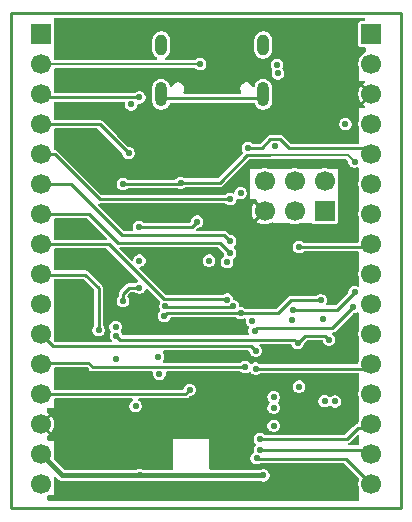
<source format=gbr>
%TF.GenerationSoftware,KiCad,Pcbnew,9.0.4*%
%TF.CreationDate,2025-09-11T17:12:04+01:00*%
%TF.ProjectId,OE PyBoard,4f452050-7942-46f6-9172-642e6b696361,rev?*%
%TF.SameCoordinates,Original*%
%TF.FileFunction,Copper,L3,Inr*%
%TF.FilePolarity,Positive*%
%FSLAX46Y46*%
G04 Gerber Fmt 4.6, Leading zero omitted, Abs format (unit mm)*
G04 Created by KiCad (PCBNEW 9.0.4) date 2025-09-11 17:12:04*
%MOMM*%
%LPD*%
G01*
G04 APERTURE LIST*
%TA.AperFunction,ComponentPad*%
%ADD10C,1.700000*%
%TD*%
%TA.AperFunction,ComponentPad*%
%ADD11R,1.700000X1.700000*%
%TD*%
%TA.AperFunction,HeatsinkPad*%
%ADD12O,1.000000X1.800000*%
%TD*%
%TA.AperFunction,HeatsinkPad*%
%ADD13O,1.000000X2.100000*%
%TD*%
%TA.AperFunction,ViaPad*%
%ADD14C,0.550000*%
%TD*%
%TA.AperFunction,Conductor*%
%ADD15C,0.250000*%
%TD*%
%TA.AperFunction,Conductor*%
%ADD16C,0.230000*%
%TD*%
%TA.AperFunction,Conductor*%
%ADD17C,0.220000*%
%TD*%
%TA.AperFunction,Conductor*%
%ADD18C,0.210000*%
%TD*%
%TA.AperFunction,Conductor*%
%ADD19C,0.450000*%
%TD*%
%TA.AperFunction,Profile*%
%ADD20C,0.230000*%
%TD*%
G04 APERTURE END LIST*
D10*
%TO.N,/PA0-X1*%
%TO.C,J7*%
X156210000Y-134112000D03*
%TO.N,/PA1-X2*%
X156210000Y-131572000D03*
%TO.N,/PA2-X3*%
X156210000Y-129032000D03*
%TO.N,/PA3-X4*%
X156210000Y-126492000D03*
%TO.N,/PA4-X5*%
X156210000Y-123952000D03*
%TO.N,/PA5-X6*%
X156210000Y-121412000D03*
%TO.N,/PA6-X7*%
X156210000Y-118872000D03*
%TO.N,/PA7-X8*%
X156210000Y-116332000D03*
%TO.N,/PB10-Y9*%
X156210000Y-113792000D03*
%TO.N,/PB11-Y10*%
X156210000Y-111252000D03*
%TO.N,/PB0-Y11*%
X156210000Y-108712000D03*
%TO.N,/PB1-Y12*%
X156210000Y-106172000D03*
%TO.N,/RST-SW*%
X156210000Y-103632000D03*
%TO.N,GND*%
X156210000Y-101092000D03*
%TO.N,+3V3*%
X156210000Y-98552000D03*
D11*
%TO.N,V+*%
X156210000Y-96012000D03*
%TD*%
D10*
%TO.N,V+*%
%TO.C,J6*%
X128270000Y-134112000D03*
%TO.N,+3V3*%
X128270000Y-131572000D03*
%TO.N,GND*%
X128270000Y-129032000D03*
%TO.N,/RST-SW*%
X128270000Y-126492000D03*
%TO.N,/PC5-X12*%
X128270000Y-123952000D03*
%TO.N,/PC4-X11*%
X128270000Y-121412000D03*
%TO.N,/PB7-SDA-X10*%
X128270000Y-118872000D03*
%TO.N,/PB6-SCL-X9*%
X128270000Y-116332000D03*
%TO.N,/PB15-Y8*%
X128270000Y-113792000D03*
%TO.N,/PB14-Y7*%
X128270000Y-111252000D03*
%TO.N,/PB13-Y6*%
X128270000Y-108712000D03*
%TO.N,/PB12-Y5*%
X128270000Y-106172000D03*
%TO.N,/PB9-Y4*%
X128270000Y-103632000D03*
%TO.N,/PB8-Y3*%
X128270000Y-101092000D03*
%TO.N,/PC7-Y2*%
X128270000Y-98552000D03*
D11*
%TO.N,/PC6-Y1*%
X128270000Y-96012000D03*
%TD*%
D10*
%TO.N,/PA15-JTDI*%
%TO.C,J4*%
X147178000Y-108478000D03*
%TO.N,GND*%
X147178000Y-111018000D03*
%TO.N,/PB6-JTDO*%
X149718000Y-108478000D03*
%TO.N,/PB4-NJTRST*%
X149718000Y-111018000D03*
%TO.N,/PA14-JTCK*%
X152258000Y-108478000D03*
D11*
%TO.N,+3V3*%
X152258000Y-111018000D03*
%TD*%
D12*
%TO.N,Net-(J3-SHIELD)*%
%TO.C,J3*%
X138428000Y-96931000D03*
D13*
X138428000Y-101111000D03*
D12*
X147068000Y-96931000D03*
D13*
X147068000Y-101111000D03*
%TD*%
D14*
%TO.N,GND*%
X143408400Y-105714800D03*
X143713200Y-98602800D03*
X129844800Y-97688400D03*
X135939803Y-102980065D03*
X132334000Y-107950000D03*
X154889200Y-130454400D03*
X151384000Y-116179600D03*
%TO.N,VBUS*%
X148219742Y-98615491D03*
%TO.N,/PB12-Y5*%
X144272000Y-109980000D03*
%TO.N,/PB14-Y7*%
X144272000Y-114552000D03*
%TO.N,/PB1-Y12*%
X145796000Y-105664000D03*
X146125000Y-120267000D03*
%TO.N,/PB9-Y4*%
X135678000Y-106085000D03*
X138277600Y-124788025D03*
%TO.N,/PA0-X1*%
X146509481Y-131902481D03*
%TO.N,/PB13-Y6*%
X144272000Y-113536000D03*
%TO.N,/PB7-SDA-X10*%
X134620000Y-123507000D03*
%TO.N,/PB11-Y10*%
X154813000Y-117856000D03*
X149569961Y-119320493D03*
%TO.N,/PA1-X2*%
X146812000Y-131189000D03*
%TO.N,/PA4-X5*%
X146431000Y-124331000D03*
%TO.N,/PC4-X11*%
X146431000Y-122807000D03*
%TO.N,/PC6-Y1*%
X144018000Y-115314000D03*
%TO.N,/PB15-Y8*%
X144018000Y-118489000D03*
%TO.N,/PA2-X3*%
X146812000Y-130300000D03*
%TO.N,/PB0-Y11*%
X154686000Y-119126000D03*
X146335750Y-121124250D03*
%TO.N,/VDDA*%
X148082000Y-105509000D03*
X147955000Y-126746000D03*
%TO.N,/PB6-SCL-X9*%
X133139431Y-121061573D03*
%TO.N,/PC5-X12*%
X145542000Y-124206000D03*
%TO.N,/RST-SW*%
X154809563Y-106807000D03*
X140081000Y-108585000D03*
X140843000Y-126111000D03*
X135199832Y-108712000D03*
%TO.N,/PB8-Y3*%
X136593022Y-101364106D03*
X138176000Y-123317000D03*
%TO.N,/PC7-Y2*%
X141732000Y-98552000D03*
X142494000Y-115187000D03*
%TO.N,/PB10-Y9*%
X149527885Y-120228716D03*
X150114000Y-114046000D03*
%TO.N,GND*%
X131960510Y-121062966D03*
X141732000Y-96647000D03*
X146558000Y-125424534D03*
X139827000Y-123317000D03*
X129794000Y-112014000D03*
X135509000Y-107569000D03*
X149553234Y-112839991D03*
X137718800Y-130911600D03*
X154482800Y-127254000D03*
X147624800Y-134518400D03*
X140081000Y-103124000D03*
X130500000Y-128250000D03*
X150215600Y-102717600D03*
X143499446Y-107500000D03*
X131318000Y-95123000D03*
X129794000Y-104902000D03*
X149225000Y-127000000D03*
X144974638Y-108710383D03*
X145288000Y-120904000D03*
X151250000Y-127075000D03*
X140081000Y-121158000D03*
X146431000Y-118872000D03*
X132969000Y-113030000D03*
X141097000Y-107823000D03*
X153416000Y-112649000D03*
X153162000Y-107061000D03*
X151647912Y-104421942D03*
X143891000Y-111887000D03*
X141478000Y-110871000D03*
X136500000Y-111000000D03*
X129794000Y-117983000D03*
X132069548Y-124458000D03*
X151511000Y-125730000D03*
X146939000Y-103251000D03*
X134315200Y-96875600D03*
X154736800Y-123342400D03*
X153354000Y-117500400D03*
X143002000Y-125730000D03*
X135890000Y-114427000D03*
X138684000Y-107315000D03*
X139077797Y-130940660D03*
X139430000Y-110570799D03*
X135509000Y-116459000D03*
X151028681Y-122263533D03*
X154736800Y-125577600D03*
X130454400Y-134569200D03*
X149250000Y-100000000D03*
X131500000Y-130000000D03*
X135255000Y-119634000D03*
X144510583Y-95235447D03*
X135001000Y-100584000D03*
X130048000Y-125250000D03*
X142798800Y-132559777D03*
X146939000Y-128397000D03*
X134747000Y-125222000D03*
X129921000Y-102362000D03*
X130454400Y-132232400D03*
X145161000Y-132588000D03*
X142240000Y-129284000D03*
X140081000Y-105410000D03*
X138557000Y-125730000D03*
X132334000Y-100584000D03*
X130302000Y-114681000D03*
X137287000Y-128522000D03*
X139903200Y-134366000D03*
X154686000Y-134620000D03*
X141732000Y-120777000D03*
X149453600Y-95402400D03*
%TO.N,+3V3*%
X136271000Y-127506000D03*
X136548720Y-112312720D03*
X150114000Y-125855000D03*
X135199832Y-118616000D03*
X152096000Y-120142000D03*
X136601200Y-133348000D03*
X154025600Y-103632000D03*
X141478000Y-111885000D03*
X136588500Y-117475000D03*
X147079000Y-133361000D03*
X136588500Y-115187000D03*
%TO.N,VBUS*%
X148303066Y-99334043D03*
%TO.N,/PA14-JTCK*%
X144529617Y-119049000D03*
X138780000Y-119049000D03*
X147955000Y-127635000D03*
X145161000Y-109474000D03*
%TO.N,/PB6-JTDO*%
X147955000Y-129159000D03*
%TO.N,/PB4-NJTRST*%
X152643999Y-121869757D03*
X149987000Y-122174000D03*
X153142500Y-127107500D03*
X134620000Y-121537000D03*
%TO.N,/PA15-JTDI*%
X152273000Y-127075000D03*
X145161000Y-119634000D03*
X151943988Y-118547201D03*
X138684000Y-119888000D03*
%TO.N,/PB3-SW1*%
X134570000Y-120788666D03*
X135890000Y-101949106D03*
%TD*%
D15*
%TO.N,Net-(J3-SHIELD)*%
X138631000Y-101420000D02*
X146869000Y-101420000D01*
D16*
%TO.N,/PA2-X3*%
X155886647Y-129353353D02*
X156210000Y-129030000D01*
X155075847Y-129353353D02*
X155886647Y-129353353D01*
X154940000Y-129489200D02*
X155075847Y-129353353D01*
D17*
X154129200Y-130300000D02*
X146812000Y-130300000D01*
X154940000Y-129489200D02*
X154129200Y-130300000D01*
%TO.N,/PB12-Y5*%
X129411000Y-106170000D02*
X128270000Y-106170000D01*
X144272000Y-109980000D02*
X133221000Y-109980000D01*
X133221000Y-109980000D02*
X129411000Y-106170000D01*
%TO.N,/PB14-Y7*%
X143385000Y-113665000D02*
X134747000Y-113665000D01*
X134747000Y-113665000D02*
X132332000Y-111250000D01*
X144272000Y-114552000D02*
X143385000Y-113665000D01*
X132332000Y-111250000D02*
X128270000Y-111250000D01*
D16*
%TO.N,/PB1-Y12*%
X156210000Y-106170000D02*
X155704000Y-105664000D01*
X149225000Y-105664000D02*
X148479000Y-104918000D01*
X148479000Y-104918000D02*
X147685000Y-104918000D01*
X146939000Y-105664000D02*
X145796000Y-105664000D01*
X147685000Y-104918000D02*
X146939000Y-105664000D01*
X155704000Y-105664000D02*
X149225000Y-105664000D01*
D17*
%TO.N,/PB9-Y4*%
X133223000Y-103630000D02*
X128270000Y-103630000D01*
X135678000Y-106085000D02*
X133223000Y-103630000D01*
%TO.N,/PA0-X1*%
X146509481Y-131902481D02*
X146558000Y-131951000D01*
X146558000Y-131951000D02*
X154051000Y-131951000D01*
X154051000Y-131951000D02*
X156210000Y-134110000D01*
%TO.N,/PB13-Y6*%
X135126000Y-113028000D02*
X130808000Y-108710000D01*
X130808000Y-108710000D02*
X128270000Y-108710000D01*
X144272000Y-113536000D02*
X143764000Y-113028000D01*
X143764000Y-113028000D02*
X135126000Y-113028000D01*
D16*
%TO.N,/PB11-Y10*%
X153348507Y-119320493D02*
X149569961Y-119320493D01*
X154813000Y-117856000D02*
X153348507Y-119320493D01*
D17*
%TO.N,/PA1-X2*%
X146812000Y-131189000D02*
X155829000Y-131189000D01*
%TO.N,/PA4-X5*%
X146431000Y-124331000D02*
X155829000Y-124331000D01*
%TO.N,/PC4-X11*%
X146046000Y-122422000D02*
X144732000Y-122422000D01*
X129286000Y-122426000D02*
X128270000Y-121410000D01*
X144728000Y-122426000D02*
X129286000Y-122426000D01*
X146431000Y-122807000D02*
X146046000Y-122422000D01*
X144732000Y-122422000D02*
X144728000Y-122426000D01*
%TO.N,/PB15-Y8*%
X144018000Y-118489000D02*
X143992000Y-118463000D01*
X143992000Y-118463000D02*
X138656000Y-118463000D01*
X138656000Y-118463000D02*
X133983000Y-113790000D01*
X133983000Y-113790000D02*
X128270000Y-113790000D01*
D16*
%TO.N,/PB0-Y11*%
X154686000Y-119126000D02*
X152908000Y-120904000D01*
X146556000Y-120904000D02*
X146335750Y-121124250D01*
X152908000Y-120904000D02*
X146556000Y-120904000D01*
D17*
%TO.N,/PB6-SCL-X9*%
X133139431Y-121061573D02*
X133140039Y-121060965D01*
X133140039Y-121060965D02*
X133140039Y-117519039D01*
X131986273Y-116365273D02*
X128270000Y-116365273D01*
X133140039Y-117519039D02*
X131986273Y-116365273D01*
%TO.N,/PC5-X12*%
X132643110Y-124203025D02*
X132265085Y-123825000D01*
X132265085Y-123825000D02*
X128395000Y-123825000D01*
X145542000Y-124206000D02*
X145539025Y-124203025D01*
X145539025Y-124203025D02*
X132643110Y-124203025D01*
%TO.N,/RST-SW*%
X140464000Y-126490000D02*
X128270000Y-126490000D01*
D18*
X154252563Y-106250000D02*
X154809563Y-106807000D01*
D17*
X143383000Y-108585000D02*
X145718000Y-106250000D01*
X135199832Y-108712000D02*
X139954000Y-108712000D01*
X145718000Y-106250000D02*
X147623000Y-106250000D01*
X139954000Y-108712000D02*
X140081000Y-108585000D01*
D18*
X147623000Y-106250000D02*
X154252563Y-106250000D01*
D17*
X140081000Y-108585000D02*
X143383000Y-108585000D01*
X140843000Y-126111000D02*
X140464000Y-126490000D01*
%TO.N,/PB8-Y3*%
X136593022Y-101364106D02*
X128544106Y-101364106D01*
D18*
%TO.N,/PC7-Y2*%
X141732000Y-98552000D02*
X141730000Y-98550000D01*
X141730000Y-98550000D02*
X128270000Y-98550000D01*
D17*
%TO.N,/PB10-Y9*%
X150114000Y-114046000D02*
X155559667Y-114046000D01*
%TO.N,+3V3*%
X141044000Y-112319000D02*
X141478000Y-111885000D01*
X136623720Y-112312720D02*
X136630000Y-112319000D01*
D19*
X147066000Y-133348000D02*
X130048000Y-133348000D01*
D17*
X136548720Y-112312720D02*
X136623720Y-112312720D01*
D16*
X135199832Y-117974668D02*
X135199832Y-118616000D01*
D19*
X130048000Y-133348000D02*
X128270000Y-131570000D01*
D16*
X135699500Y-117475000D02*
X135199832Y-117974668D01*
D17*
X136630000Y-112319000D02*
X141044000Y-112319000D01*
D19*
X147079000Y-133361000D02*
X147066000Y-133348000D01*
D16*
X136588500Y-117475000D02*
X135699500Y-117475000D01*
D17*
%TO.N,/PA14-JTCK*%
X138780000Y-119049000D02*
X138826000Y-119095000D01*
X144483617Y-119095000D02*
X144529617Y-119049000D01*
X138826000Y-119095000D02*
X144483617Y-119095000D01*
%TO.N,/PB4-NJTRST*%
X150622000Y-121539000D02*
X149987000Y-122174000D01*
X152313242Y-121539000D02*
X150622000Y-121539000D01*
X134944000Y-121861000D02*
X134620000Y-121537000D01*
X149674000Y-121861000D02*
X134944000Y-121861000D01*
X149987000Y-122174000D02*
X149674000Y-121861000D01*
X152643999Y-121869757D02*
X152313242Y-121539000D01*
%TO.N,/PA15-JTDI*%
X144773347Y-119634000D02*
X148334000Y-119634000D01*
X148334000Y-119634000D02*
X149420799Y-118547201D01*
X149420799Y-118547201D02*
X151943988Y-118547201D01*
X144286887Y-119635000D02*
X144772347Y-119635000D01*
X144285887Y-119634000D02*
X144286887Y-119635000D01*
X144772347Y-119635000D02*
X144773347Y-119634000D01*
X138684000Y-119888000D02*
X138938000Y-119634000D01*
X138938000Y-119634000D02*
X144285887Y-119634000D01*
%TD*%
%TA.AperFunction,Conductor*%
%TO.N,GND*%
G36*
X132134680Y-124206317D02*
G01*
X132147686Y-124217425D01*
X132354638Y-124424377D01*
X132354637Y-124424377D01*
X132421755Y-124491494D01*
X132421758Y-124491497D01*
X132503962Y-124538958D01*
X132595649Y-124563525D01*
X137651666Y-124563525D01*
X137715735Y-124584342D01*
X137755331Y-124638842D01*
X137756951Y-124700738D01*
X137752100Y-124718841D01*
X137752100Y-124857207D01*
X137787911Y-124990860D01*
X137787912Y-124990861D01*
X137857095Y-125110690D01*
X137954935Y-125208530D01*
X138074764Y-125277713D01*
X138208417Y-125313525D01*
X138346783Y-125313525D01*
X138480436Y-125277713D01*
X138600265Y-125208530D01*
X138698105Y-125110690D01*
X138767288Y-124990861D01*
X138803100Y-124857208D01*
X138803100Y-124718842D01*
X138798249Y-124700737D01*
X138801773Y-124633464D01*
X138844167Y-124581111D01*
X138903534Y-124563525D01*
X145111205Y-124563525D01*
X145175274Y-124584342D01*
X145188279Y-124595449D01*
X145219335Y-124626505D01*
X145339164Y-124695688D01*
X145472817Y-124731500D01*
X145611183Y-124731500D01*
X145744836Y-124695688D01*
X145864665Y-124626505D01*
X145864665Y-124626504D01*
X145868498Y-124624292D01*
X145934392Y-124610286D01*
X145995933Y-124637686D01*
X146009471Y-124652330D01*
X146010493Y-124653662D01*
X146010495Y-124653665D01*
X146108335Y-124751505D01*
X146228164Y-124820688D01*
X146361817Y-124856500D01*
X146500183Y-124856500D01*
X146633836Y-124820688D01*
X146753665Y-124751505D01*
X146773670Y-124731500D01*
X146781747Y-124723424D01*
X146841770Y-124692842D01*
X146858820Y-124691500D01*
X155085000Y-124691500D01*
X155149069Y-124712317D01*
X155188665Y-124766817D01*
X155194000Y-124800500D01*
X155194000Y-126040371D01*
X155188665Y-126074054D01*
X155136598Y-126234295D01*
X155109500Y-126405387D01*
X155109500Y-126578612D01*
X155136598Y-126749704D01*
X155188665Y-126909946D01*
X155194000Y-126943629D01*
X155194000Y-128580371D01*
X155188665Y-128614054D01*
X155136598Y-128774294D01*
X155117105Y-128897371D01*
X155086521Y-128957394D01*
X155034117Y-128984094D01*
X155034629Y-128986004D01*
X154934769Y-129012760D01*
X154851425Y-129060879D01*
X154647529Y-129264774D01*
X154647524Y-129264781D01*
X154645039Y-129269085D01*
X154627722Y-129291652D01*
X154011801Y-129907575D01*
X153951778Y-129938158D01*
X153934726Y-129939500D01*
X147239820Y-129939500D01*
X147175751Y-129918683D01*
X147162747Y-129907576D01*
X147134665Y-129879495D01*
X147014835Y-129810311D01*
X146881183Y-129774500D01*
X146742817Y-129774500D01*
X146609164Y-129810311D01*
X146489337Y-129879493D01*
X146391493Y-129977337D01*
X146322311Y-130097164D01*
X146286500Y-130230817D01*
X146286500Y-130369182D01*
X146322311Y-130502835D01*
X146391493Y-130622662D01*
X146391495Y-130622665D01*
X146436257Y-130667427D01*
X146466839Y-130727449D01*
X146456301Y-130793985D01*
X146436258Y-130821571D01*
X146402758Y-130855072D01*
X146391493Y-130866337D01*
X146322311Y-130986164D01*
X146286500Y-131119817D01*
X146286500Y-131258183D01*
X146303428Y-131321364D01*
X146299902Y-131388638D01*
X146257506Y-131440990D01*
X146252642Y-131443971D01*
X146186818Y-131481974D01*
X146088974Y-131579818D01*
X146019792Y-131699645D01*
X145983981Y-131833298D01*
X145983981Y-131971663D01*
X146019792Y-132105316D01*
X146019793Y-132105317D01*
X146088976Y-132225146D01*
X146186816Y-132322986D01*
X146306645Y-132392169D01*
X146440298Y-132427981D01*
X146578664Y-132427981D01*
X146712317Y-132392169D01*
X146826747Y-132326102D01*
X146881247Y-132311500D01*
X153856526Y-132311500D01*
X153920595Y-132332317D01*
X153933601Y-132343425D01*
X155162075Y-133571899D01*
X155166067Y-133579735D01*
X155173183Y-133584905D01*
X155181070Y-133609180D01*
X155192658Y-133631923D01*
X155194000Y-133648974D01*
X155194000Y-133660371D01*
X155188665Y-133694054D01*
X155136598Y-133854295D01*
X155109500Y-134025387D01*
X155109500Y-134198612D01*
X155136598Y-134369704D01*
X155188665Y-134529946D01*
X155194000Y-134563629D01*
X155194000Y-135398000D01*
X155173183Y-135462069D01*
X155118683Y-135501665D01*
X155085000Y-135507000D01*
X128887000Y-135507000D01*
X128822931Y-135486183D01*
X128783335Y-135431683D01*
X128778000Y-135398000D01*
X128778000Y-135155076D01*
X128783936Y-135136803D01*
X128784643Y-135117606D01*
X128793375Y-135107754D01*
X128798817Y-135091007D01*
X128826216Y-135064598D01*
X128831663Y-135060938D01*
X128846788Y-135053232D01*
X128891635Y-135020648D01*
X128893312Y-135019522D01*
X128923869Y-135010821D01*
X128954096Y-135001000D01*
X129359197Y-135001000D01*
X129359198Y-135001000D01*
X129359198Y-134278546D01*
X129360540Y-134261494D01*
X129370500Y-134198611D01*
X129370500Y-134025389D01*
X129360540Y-133962503D01*
X129359198Y-133945452D01*
X129359198Y-133594806D01*
X129367085Y-133570531D01*
X129371078Y-133545321D01*
X129377297Y-133539101D01*
X129380015Y-133530737D01*
X129400664Y-133515734D01*
X129418713Y-133497686D01*
X129427400Y-133496310D01*
X129434515Y-133491141D01*
X129460038Y-133491141D01*
X129485249Y-133487148D01*
X129493086Y-133491141D01*
X129501881Y-133491141D01*
X129545273Y-133517731D01*
X129667503Y-133639961D01*
X129667504Y-133639963D01*
X129756034Y-133728494D01*
X129756036Y-133728495D01*
X129864461Y-133791094D01*
X129864464Y-133791095D01*
X129985399Y-133823501D01*
X129985400Y-133823501D01*
X130117277Y-133823501D01*
X130117293Y-133823500D01*
X136344583Y-133823500D01*
X136391319Y-133836023D01*
X136391763Y-133834954D01*
X136398360Y-133837685D01*
X136398364Y-133837688D01*
X136532017Y-133873500D01*
X136670383Y-133873500D01*
X136804036Y-133837688D01*
X136804042Y-133837684D01*
X136810637Y-133834954D01*
X136811080Y-133836023D01*
X136857817Y-133823500D01*
X146799866Y-133823500D01*
X146854366Y-133838103D01*
X146876164Y-133850688D01*
X147009817Y-133886500D01*
X147148183Y-133886500D01*
X147281836Y-133850688D01*
X147401665Y-133781505D01*
X147499505Y-133683665D01*
X147568688Y-133563836D01*
X147604500Y-133430183D01*
X147604500Y-133291817D01*
X147568688Y-133158164D01*
X147499505Y-133038335D01*
X147401665Y-132940495D01*
X147283894Y-132872500D01*
X147281835Y-132871311D01*
X147148183Y-132835500D01*
X147009817Y-132835500D01*
X146885589Y-132868786D01*
X146857382Y-132872500D01*
X142597649Y-132872500D01*
X142533580Y-132851683D01*
X142493984Y-132797183D01*
X142493984Y-132729817D01*
X142494000Y-132729790D01*
X142494000Y-130300001D01*
X142494000Y-130300000D01*
X139446000Y-130300000D01*
X139446000Y-132713000D01*
X139446000Y-132738580D01*
X139450009Y-132746449D01*
X139439471Y-132812985D01*
X139391836Y-132860620D01*
X139342351Y-132872500D01*
X136857817Y-132872500D01*
X136811080Y-132859976D01*
X136810637Y-132861046D01*
X136804036Y-132858312D01*
X136670383Y-132822500D01*
X136532017Y-132822500D01*
X136398363Y-132858312D01*
X136391763Y-132861046D01*
X136391319Y-132859976D01*
X136344583Y-132872500D01*
X130290108Y-132872500D01*
X130226039Y-132851683D01*
X130213033Y-132840575D01*
X129391123Y-132018664D01*
X129387130Y-132010827D01*
X129380015Y-132005658D01*
X129372127Y-131981382D01*
X129360540Y-131958640D01*
X129359198Y-131941589D01*
X129359198Y-131738546D01*
X129360540Y-131721494D01*
X129370500Y-131658611D01*
X129370500Y-131485389D01*
X129360540Y-131422503D01*
X129359198Y-131405452D01*
X129359198Y-130429001D01*
X129359198Y-130429000D01*
X128887000Y-130429000D01*
X128822931Y-130408183D01*
X128783335Y-130353683D01*
X128778000Y-130320000D01*
X128778000Y-130074515D01*
X128798817Y-130010446D01*
X128837516Y-129977395D01*
X128846517Y-129972808D01*
X128846527Y-129972802D01*
X128955124Y-129893902D01*
X128955124Y-129893901D01*
X128778000Y-129716776D01*
X128778000Y-129363223D01*
X129131901Y-129717124D01*
X129131902Y-129717124D01*
X129210801Y-129608529D01*
X129289411Y-129454248D01*
X129342913Y-129289588D01*
X129370000Y-129118572D01*
X129370000Y-129089817D01*
X147429500Y-129089817D01*
X147429500Y-129228182D01*
X147465311Y-129361835D01*
X147534493Y-129481662D01*
X147534495Y-129481665D01*
X147632335Y-129579505D01*
X147752164Y-129648688D01*
X147885817Y-129684500D01*
X148024183Y-129684500D01*
X148157836Y-129648688D01*
X148277665Y-129579505D01*
X148375505Y-129481665D01*
X148444688Y-129361836D01*
X148480500Y-129228183D01*
X148480500Y-129089817D01*
X148444688Y-128956164D01*
X148375505Y-128836335D01*
X148277665Y-128738495D01*
X148212332Y-128700775D01*
X148157835Y-128669311D01*
X148024183Y-128633500D01*
X147885817Y-128633500D01*
X147752164Y-128669311D01*
X147632337Y-128738493D01*
X147534493Y-128836337D01*
X147465311Y-128956164D01*
X147429500Y-129089817D01*
X129370000Y-129089817D01*
X129370000Y-128945427D01*
X129342913Y-128774411D01*
X129289411Y-128609751D01*
X129210802Y-128455474D01*
X129131901Y-128346874D01*
X128778000Y-128700775D01*
X128778000Y-128347220D01*
X128955124Y-128170096D01*
X128846521Y-128091194D01*
X128837510Y-128086602D01*
X128789878Y-128038965D01*
X128778000Y-127989485D01*
X128778000Y-127744000D01*
X128798817Y-127679931D01*
X128853317Y-127640335D01*
X128887000Y-127635000D01*
X129359197Y-127635000D01*
X129359198Y-127635000D01*
X129359198Y-126959500D01*
X129380015Y-126895431D01*
X129434515Y-126855835D01*
X129468198Y-126850500D01*
X135948565Y-126850500D01*
X136012634Y-126871317D01*
X136052230Y-126925817D01*
X136052230Y-126993183D01*
X136012634Y-127047683D01*
X136003064Y-127053897D01*
X135948338Y-127085492D01*
X135850493Y-127183337D01*
X135781311Y-127303164D01*
X135745500Y-127436817D01*
X135745500Y-127575182D01*
X135781311Y-127708835D01*
X135850493Y-127828662D01*
X135850495Y-127828665D01*
X135948335Y-127926505D01*
X136068164Y-127995688D01*
X136201817Y-128031500D01*
X136340183Y-128031500D01*
X136473836Y-127995688D01*
X136593665Y-127926505D01*
X136691505Y-127828665D01*
X136760688Y-127708836D01*
X136796500Y-127575183D01*
X136796500Y-127436817D01*
X136760688Y-127303164D01*
X136691505Y-127183335D01*
X136593665Y-127085495D01*
X136593662Y-127085493D01*
X136593661Y-127085492D01*
X136538936Y-127053897D01*
X136493859Y-127003835D01*
X136486817Y-126936838D01*
X136520499Y-126878498D01*
X136582041Y-126851097D01*
X136593435Y-126850500D01*
X140511461Y-126850500D01*
X140603148Y-126825933D01*
X140685352Y-126778472D01*
X140758069Y-126705755D01*
X140787008Y-126676817D01*
X147429500Y-126676817D01*
X147429500Y-126815183D01*
X147438963Y-126850500D01*
X147465311Y-126948835D01*
X147534493Y-127068662D01*
X147534495Y-127068665D01*
X147579257Y-127113427D01*
X147609839Y-127173449D01*
X147599301Y-127239985D01*
X147579258Y-127267571D01*
X147543666Y-127303164D01*
X147534493Y-127312337D01*
X147465311Y-127432164D01*
X147439631Y-127528006D01*
X147429500Y-127565817D01*
X147429500Y-127704183D01*
X147430747Y-127708836D01*
X147465311Y-127837835D01*
X147465312Y-127837836D01*
X147534495Y-127957665D01*
X147632335Y-128055505D01*
X147752164Y-128124688D01*
X147885817Y-128160500D01*
X148024183Y-128160500D01*
X148157836Y-128124688D01*
X148277665Y-128055505D01*
X148375505Y-127957665D01*
X148444688Y-127837836D01*
X148480500Y-127704183D01*
X148480500Y-127565817D01*
X148444688Y-127432164D01*
X148375505Y-127312335D01*
X148330742Y-127267572D01*
X148300161Y-127207551D01*
X148310699Y-127141015D01*
X148330741Y-127113428D01*
X148375505Y-127068665D01*
X148411790Y-127005817D01*
X151747500Y-127005817D01*
X151747500Y-127144182D01*
X151783311Y-127277835D01*
X151803230Y-127312335D01*
X151852495Y-127397665D01*
X151950335Y-127495505D01*
X152070164Y-127564688D01*
X152203817Y-127600500D01*
X152342183Y-127600500D01*
X152475836Y-127564688D01*
X152595665Y-127495505D01*
X152614425Y-127476744D01*
X152674445Y-127446161D01*
X152740982Y-127456698D01*
X152768573Y-127476744D01*
X152819834Y-127528004D01*
X152819835Y-127528005D01*
X152939664Y-127597188D01*
X153073317Y-127633000D01*
X153211683Y-127633000D01*
X153345336Y-127597188D01*
X153465165Y-127528005D01*
X153563005Y-127430165D01*
X153632188Y-127310336D01*
X153668000Y-127176683D01*
X153668000Y-127038317D01*
X153632188Y-126904664D01*
X153563005Y-126784835D01*
X153465165Y-126686995D01*
X153465162Y-126686993D01*
X153345335Y-126617811D01*
X153211683Y-126582000D01*
X153073317Y-126582000D01*
X152939664Y-126617811D01*
X152819834Y-126686995D01*
X152801073Y-126705756D01*
X152741049Y-126736338D01*
X152674513Y-126725799D01*
X152646926Y-126705755D01*
X152595665Y-126654495D01*
X152475835Y-126585311D01*
X152342183Y-126549500D01*
X152203817Y-126549500D01*
X152070164Y-126585311D01*
X151950337Y-126654493D01*
X151852493Y-126752337D01*
X151783311Y-126872164D01*
X151747500Y-127005817D01*
X148411790Y-127005817D01*
X148444688Y-126948836D01*
X148480500Y-126815183D01*
X148480500Y-126676817D01*
X148444688Y-126543164D01*
X148375505Y-126423335D01*
X148277665Y-126325495D01*
X148257471Y-126313836D01*
X148157835Y-126256311D01*
X148024183Y-126220500D01*
X147885817Y-126220500D01*
X147752164Y-126256311D01*
X147632337Y-126325493D01*
X147534493Y-126423337D01*
X147465311Y-126543164D01*
X147435481Y-126654495D01*
X147429500Y-126676817D01*
X140787008Y-126676817D01*
X140795400Y-126668425D01*
X140855423Y-126637842D01*
X140872474Y-126636500D01*
X140912183Y-126636500D01*
X141045836Y-126600688D01*
X141165665Y-126531505D01*
X141263505Y-126433665D01*
X141332688Y-126313836D01*
X141368500Y-126180183D01*
X141368500Y-126041817D01*
X141332688Y-125908164D01*
X141263505Y-125788335D01*
X141260987Y-125785817D01*
X149588500Y-125785817D01*
X149588500Y-125924182D01*
X149624311Y-126057835D01*
X149665601Y-126129351D01*
X149693495Y-126177665D01*
X149791335Y-126275505D01*
X149911164Y-126344688D01*
X150044817Y-126380500D01*
X150183183Y-126380500D01*
X150316836Y-126344688D01*
X150436665Y-126275505D01*
X150534505Y-126177665D01*
X150603688Y-126057836D01*
X150639500Y-125924183D01*
X150639500Y-125785817D01*
X150603688Y-125652164D01*
X150534505Y-125532335D01*
X150436665Y-125434495D01*
X150436662Y-125434493D01*
X150316835Y-125365311D01*
X150183183Y-125329500D01*
X150044817Y-125329500D01*
X149911164Y-125365311D01*
X149791337Y-125434493D01*
X149693493Y-125532337D01*
X149624311Y-125652164D01*
X149588500Y-125785817D01*
X141260987Y-125785817D01*
X141165665Y-125690495D01*
X141165662Y-125690493D01*
X141045835Y-125621311D01*
X140912183Y-125585500D01*
X140773817Y-125585500D01*
X140640164Y-125621311D01*
X140520337Y-125690493D01*
X140422493Y-125788337D01*
X140353311Y-125908164D01*
X140323212Y-126020500D01*
X140317888Y-126040371D01*
X140315653Y-126048711D01*
X140278963Y-126105209D01*
X140216072Y-126129351D01*
X140210367Y-126129500D01*
X129468198Y-126129500D01*
X129404129Y-126108683D01*
X129364533Y-126054183D01*
X129359198Y-126020500D01*
X129359198Y-124294500D01*
X129380015Y-124230431D01*
X129434515Y-124190835D01*
X129468198Y-124185500D01*
X132070611Y-124185500D01*
X132134680Y-124206317D01*
G37*
%TD.AperFunction*%
%TA.AperFunction,Conductor*%
G36*
X155134485Y-129911053D02*
G01*
X155182120Y-129958688D01*
X155194000Y-130008173D01*
X155194000Y-130719500D01*
X155173183Y-130783569D01*
X155118683Y-130823165D01*
X155085000Y-130828500D01*
X154341605Y-130828500D01*
X154277536Y-130807683D01*
X154237940Y-130753183D01*
X154237940Y-130685817D01*
X154277536Y-130631317D01*
X154287104Y-130625104D01*
X154350552Y-130588472D01*
X155007925Y-129931097D01*
X155067949Y-129900515D01*
X155134485Y-129911053D01*
G37*
%TD.AperFunction*%
%TA.AperFunction,Conductor*%
G36*
X155134485Y-119527199D02*
G01*
X155182120Y-119574834D01*
X155194000Y-119624319D01*
X155194000Y-120960371D01*
X155188665Y-120994054D01*
X155136598Y-121154295D01*
X155109500Y-121325387D01*
X155109500Y-121498612D01*
X155136598Y-121669704D01*
X155188665Y-121829946D01*
X155194000Y-121863629D01*
X155194000Y-123500371D01*
X155188665Y-123534054D01*
X155136598Y-123694295D01*
X155109500Y-123865387D01*
X155109164Y-123869659D01*
X155106906Y-123869481D01*
X155088683Y-123925569D01*
X155034183Y-123965165D01*
X155000500Y-123970500D01*
X146858820Y-123970500D01*
X146794751Y-123949683D01*
X146781747Y-123938576D01*
X146753665Y-123910495D01*
X146633835Y-123841311D01*
X146500183Y-123805500D01*
X146361817Y-123805500D01*
X146228163Y-123841312D01*
X146228161Y-123841312D01*
X146104500Y-123912707D01*
X146038606Y-123926713D01*
X145977065Y-123899312D01*
X145963527Y-123884667D01*
X145962507Y-123883338D01*
X145962506Y-123883337D01*
X145962505Y-123883335D01*
X145864665Y-123785495D01*
X145860361Y-123783010D01*
X145744835Y-123716311D01*
X145611183Y-123680500D01*
X145472817Y-123680500D01*
X145339164Y-123716311D01*
X145219337Y-123785493D01*
X145219335Y-123785494D01*
X145219335Y-123785495D01*
X145194228Y-123810601D01*
X145134207Y-123841183D01*
X145117156Y-123842525D01*
X138656794Y-123842525D01*
X138592725Y-123821708D01*
X138553129Y-123767208D01*
X138553129Y-123699842D01*
X138579717Y-123656452D01*
X138596505Y-123639665D01*
X138665688Y-123519836D01*
X138701500Y-123386183D01*
X138701500Y-123247817D01*
X138665688Y-123114164D01*
X138596505Y-122994335D01*
X138574742Y-122972572D01*
X138544161Y-122912551D01*
X138554699Y-122846015D01*
X138602334Y-122798380D01*
X138651819Y-122786500D01*
X144775459Y-122786500D01*
X144775461Y-122786500D01*
X144776028Y-122786347D01*
X144776529Y-122786214D01*
X144804740Y-122782500D01*
X145797576Y-122782500D01*
X145861645Y-122803317D01*
X145901241Y-122857817D01*
X145904833Y-122873695D01*
X145941311Y-123009835D01*
X146010493Y-123129662D01*
X146010495Y-123129665D01*
X146108335Y-123227505D01*
X146228164Y-123296688D01*
X146361817Y-123332500D01*
X146500183Y-123332500D01*
X146633836Y-123296688D01*
X146753665Y-123227505D01*
X146851505Y-123129665D01*
X146920688Y-123009836D01*
X146956500Y-122876183D01*
X146956500Y-122737817D01*
X146920688Y-122604164D01*
X146851505Y-122484335D01*
X146774742Y-122407572D01*
X146744161Y-122347551D01*
X146754699Y-122281015D01*
X146802334Y-122233380D01*
X146851819Y-122221500D01*
X149372051Y-122221500D01*
X149436120Y-122242317D01*
X149475716Y-122296817D01*
X149477337Y-122302289D01*
X149497311Y-122376835D01*
X149507947Y-122395257D01*
X149566495Y-122496665D01*
X149664335Y-122594505D01*
X149784164Y-122663688D01*
X149917817Y-122699500D01*
X150056183Y-122699500D01*
X150189836Y-122663688D01*
X150309665Y-122594505D01*
X150407505Y-122496665D01*
X150476688Y-122376836D01*
X150512500Y-122243183D01*
X150512500Y-122203474D01*
X150533317Y-122139405D01*
X150544425Y-122126399D01*
X150739399Y-121931425D01*
X150799423Y-121900842D01*
X150816474Y-121899500D01*
X152024292Y-121899500D01*
X152088361Y-121920317D01*
X152127957Y-121974817D01*
X152129578Y-121980289D01*
X152154310Y-122072592D01*
X152223492Y-122192419D01*
X152223494Y-122192422D01*
X152321334Y-122290262D01*
X152441163Y-122359445D01*
X152574816Y-122395257D01*
X152713182Y-122395257D01*
X152846835Y-122359445D01*
X152966664Y-122290262D01*
X153064504Y-122192422D01*
X153133687Y-122072593D01*
X153169499Y-121938940D01*
X153169499Y-121800574D01*
X153133687Y-121666921D01*
X153064504Y-121547092D01*
X152966664Y-121449252D01*
X152966661Y-121449250D01*
X152966660Y-121449249D01*
X152965663Y-121448484D01*
X152965153Y-121447742D01*
X152961612Y-121444201D01*
X152962268Y-121443544D01*
X152927506Y-121392966D01*
X152929269Y-121325624D01*
X152970278Y-121272179D01*
X153003806Y-121256722D01*
X153049078Y-121244592D01*
X153132422Y-121196473D01*
X154645470Y-119683425D01*
X154705494Y-119652842D01*
X154722545Y-119651500D01*
X154755183Y-119651500D01*
X154888836Y-119615688D01*
X155008665Y-119546505D01*
X155008669Y-119546500D01*
X155014330Y-119542158D01*
X155015335Y-119543468D01*
X155067949Y-119516661D01*
X155134485Y-119527199D01*
G37*
%TD.AperFunction*%
%TA.AperFunction,Conductor*%
G36*
X133852595Y-114171317D02*
G01*
X133865601Y-114182425D01*
X136475222Y-116792046D01*
X136505805Y-116852070D01*
X136495267Y-116918606D01*
X136447632Y-116966241D01*
X136426360Y-116974406D01*
X136385667Y-116985310D01*
X136385665Y-116985311D01*
X136265837Y-117054493D01*
X136265835Y-117054494D01*
X136265835Y-117054495D01*
X136242753Y-117077576D01*
X136182732Y-117108158D01*
X136165681Y-117109500D01*
X135651380Y-117109500D01*
X135558422Y-117134407D01*
X135475080Y-117182525D01*
X134975410Y-117682195D01*
X134975409Y-117682194D01*
X134907358Y-117750246D01*
X134859239Y-117833590D01*
X134834332Y-117926549D01*
X134834332Y-118193180D01*
X134813515Y-118257249D01*
X134802408Y-118270253D01*
X134779327Y-118293334D01*
X134710143Y-118413164D01*
X134683152Y-118513900D01*
X134674332Y-118546817D01*
X134674332Y-118685183D01*
X134683927Y-118720994D01*
X134710143Y-118818835D01*
X134761450Y-118907701D01*
X134779327Y-118938665D01*
X134877167Y-119036505D01*
X134996996Y-119105688D01*
X135130649Y-119141500D01*
X135269015Y-119141500D01*
X135402668Y-119105688D01*
X135522497Y-119036505D01*
X135620337Y-118938665D01*
X135689520Y-118818836D01*
X135725332Y-118685183D01*
X135725332Y-118546817D01*
X135689520Y-118413164D01*
X135620337Y-118293335D01*
X135613166Y-118286164D01*
X135597256Y-118270253D01*
X135593264Y-118262418D01*
X135586149Y-118257249D01*
X135578260Y-118232969D01*
X135566674Y-118210229D01*
X135565332Y-118193180D01*
X135565332Y-118171213D01*
X135586149Y-118107144D01*
X135597257Y-118094138D01*
X135818970Y-117872425D01*
X135878994Y-117841842D01*
X135896045Y-117840500D01*
X136165681Y-117840500D01*
X136229750Y-117861317D01*
X136242749Y-117872419D01*
X136265835Y-117895505D01*
X136385664Y-117964688D01*
X136519317Y-118000500D01*
X136657683Y-118000500D01*
X136791336Y-117964688D01*
X136911165Y-117895505D01*
X137009005Y-117797665D01*
X137078188Y-117677836D01*
X137089092Y-117637140D01*
X137125782Y-117580644D01*
X137188673Y-117556501D01*
X137253743Y-117573937D01*
X137271453Y-117588277D01*
X138318660Y-118635484D01*
X138349243Y-118695508D01*
X138338705Y-118762044D01*
X138335982Y-118767058D01*
X138290312Y-118846161D01*
X138290312Y-118846163D01*
X138260182Y-118958610D01*
X138254500Y-118979817D01*
X138254500Y-119118183D01*
X138257586Y-119129701D01*
X138290311Y-119251835D01*
X138353425Y-119361152D01*
X138367431Y-119427046D01*
X138340030Y-119488588D01*
X138336103Y-119492726D01*
X138263494Y-119565334D01*
X138194311Y-119685164D01*
X138167092Y-119786750D01*
X138158500Y-119818817D01*
X138158500Y-119957183D01*
X138168095Y-119992994D01*
X138194311Y-120090835D01*
X138213278Y-120123687D01*
X138263495Y-120210665D01*
X138361335Y-120308505D01*
X138481164Y-120377688D01*
X138614817Y-120413500D01*
X138753183Y-120413500D01*
X138886836Y-120377688D01*
X139006665Y-120308505D01*
X139104505Y-120210665D01*
X139173688Y-120090836D01*
X139177854Y-120075287D01*
X139214544Y-120018791D01*
X139277436Y-119994649D01*
X139283140Y-119994500D01*
X144224686Y-119994500D01*
X144238913Y-119995432D01*
X144239422Y-119995498D01*
X144239426Y-119995500D01*
X144334348Y-119995500D01*
X144724886Y-119995500D01*
X144734180Y-119995500D01*
X144798249Y-120016317D01*
X144811253Y-120027424D01*
X144838334Y-120054504D01*
X144838335Y-120054505D01*
X144958164Y-120123688D01*
X145091817Y-120159500D01*
X145230183Y-120159500D01*
X145363836Y-120123688D01*
X145438233Y-120080734D01*
X145504126Y-120066728D01*
X145565668Y-120094128D01*
X145599351Y-120152468D01*
X145598364Y-120190461D01*
X145600432Y-120190734D01*
X145599500Y-120197813D01*
X145599500Y-120336182D01*
X145635311Y-120469835D01*
X145674180Y-120537158D01*
X145704495Y-120589665D01*
X145802335Y-120687505D01*
X145819152Y-120697214D01*
X145842018Y-120710416D01*
X145887094Y-120760479D01*
X145894136Y-120827475D01*
X145881915Y-120859312D01*
X145846062Y-120921411D01*
X145846062Y-120921413D01*
X145810250Y-121055067D01*
X145810250Y-121193432D01*
X145846061Y-121327085D01*
X145851786Y-121337000D01*
X145865792Y-121402893D01*
X145838392Y-121464435D01*
X145780052Y-121498118D01*
X145757389Y-121500500D01*
X135237896Y-121500500D01*
X135173827Y-121479683D01*
X135134231Y-121425183D01*
X135132610Y-121419711D01*
X135109688Y-121334164D01*
X135069415Y-121264409D01*
X135040505Y-121214335D01*
X135030243Y-121204073D01*
X134999662Y-121144052D01*
X135010200Y-121077516D01*
X135012923Y-121072501D01*
X135059688Y-120991502D01*
X135095500Y-120857849D01*
X135095500Y-120719483D01*
X135059688Y-120585830D01*
X134990505Y-120466001D01*
X134892665Y-120368161D01*
X134892662Y-120368159D01*
X134772835Y-120298977D01*
X134639183Y-120263166D01*
X134500817Y-120263166D01*
X134367164Y-120298977D01*
X134247337Y-120368159D01*
X134149493Y-120466003D01*
X134080311Y-120585830D01*
X134044500Y-120719483D01*
X134044500Y-120857848D01*
X134080311Y-120991501D01*
X134129972Y-121077516D01*
X134149495Y-121111331D01*
X134159755Y-121121591D01*
X134190337Y-121181613D01*
X134179799Y-121248149D01*
X134177076Y-121253163D01*
X134130312Y-121334161D01*
X134130312Y-121334163D01*
X134094500Y-121467817D01*
X134094500Y-121606182D01*
X134130311Y-121739835D01*
X134199493Y-121859662D01*
X134199495Y-121859665D01*
X134219257Y-121879427D01*
X134249839Y-121939449D01*
X134239301Y-122005985D01*
X134191666Y-122053620D01*
X134142181Y-122065500D01*
X129480474Y-122065500D01*
X129472109Y-122062782D01*
X129463423Y-122064158D01*
X129440680Y-122052570D01*
X129416405Y-122044683D01*
X129403399Y-122033575D01*
X129391123Y-122021299D01*
X129360540Y-121961275D01*
X129359198Y-121944224D01*
X129359198Y-121578546D01*
X129360540Y-121561494D01*
X129362821Y-121547092D01*
X129370500Y-121498611D01*
X129370500Y-121325389D01*
X129360540Y-121262503D01*
X129359198Y-121245452D01*
X129359198Y-119038546D01*
X129360540Y-119021494D01*
X129361744Y-119013893D01*
X129370500Y-118958611D01*
X129370500Y-118785389D01*
X129360540Y-118722503D01*
X129359198Y-118705452D01*
X129359198Y-116834773D01*
X129380015Y-116770704D01*
X129434515Y-116731108D01*
X129468198Y-116725773D01*
X131791799Y-116725773D01*
X131855868Y-116746590D01*
X131868874Y-116757698D01*
X132747614Y-117636438D01*
X132778197Y-117696462D01*
X132779539Y-117713513D01*
X132779539Y-120633145D01*
X132758722Y-120697214D01*
X132747615Y-120710218D01*
X132718926Y-120738907D01*
X132649742Y-120858737D01*
X132613931Y-120992390D01*
X132613931Y-121130755D01*
X132649742Y-121264408D01*
X132684950Y-121325390D01*
X132718926Y-121384238D01*
X132816766Y-121482078D01*
X132936595Y-121551261D01*
X133070248Y-121587073D01*
X133208614Y-121587073D01*
X133342267Y-121551261D01*
X133462096Y-121482078D01*
X133559936Y-121384238D01*
X133629119Y-121264409D01*
X133664931Y-121130756D01*
X133664931Y-120992390D01*
X133629119Y-120858737D01*
X133559936Y-120738908D01*
X133559935Y-120738907D01*
X133532463Y-120711434D01*
X133501881Y-120651411D01*
X133500539Y-120634361D01*
X133500539Y-117471578D01*
X133475972Y-117379891D01*
X133475971Y-117379890D01*
X133475972Y-117379890D01*
X133455510Y-117344450D01*
X133428511Y-117297687D01*
X133411205Y-117280381D01*
X133361391Y-117230566D01*
X133361391Y-117230567D01*
X132207625Y-116076801D01*
X132125421Y-116029340D01*
X132033734Y-116004773D01*
X129468198Y-116004773D01*
X129404129Y-115983956D01*
X129364533Y-115929456D01*
X129359198Y-115895773D01*
X129359198Y-114259500D01*
X129380015Y-114195431D01*
X129434515Y-114155835D01*
X129468198Y-114150500D01*
X133788526Y-114150500D01*
X133852595Y-114171317D01*
G37*
%TD.AperFunction*%
%TA.AperFunction,Conductor*%
G36*
X155659992Y-94633817D02*
G01*
X155699588Y-94688317D01*
X155704915Y-94720646D01*
X155705915Y-94801146D01*
X155685895Y-94865468D01*
X155631891Y-94905739D01*
X155596923Y-94911500D01*
X155335326Y-94911500D01*
X155262260Y-94926034D01*
X155179399Y-94981399D01*
X155124034Y-95064260D01*
X155109500Y-95137326D01*
X155109500Y-96886674D01*
X155124034Y-96959740D01*
X155179399Y-97042601D01*
X155262260Y-97097966D01*
X155335326Y-97112500D01*
X155335330Y-97112500D01*
X155626972Y-97112500D01*
X155691041Y-97133317D01*
X155730637Y-97187817D01*
X155735964Y-97220146D01*
X155739298Y-97488560D01*
X155719278Y-97552882D01*
X155679793Y-97587033D01*
X155633211Y-97610768D01*
X155493074Y-97712584D01*
X155370584Y-97835074D01*
X155268765Y-97975216D01*
X155268763Y-97975219D01*
X155265329Y-97981959D01*
X155265284Y-97982048D01*
X155234738Y-98042000D01*
X155194000Y-98042000D01*
X155194000Y-98121953D01*
X155190127Y-98129555D01*
X155186205Y-98141623D01*
X155186203Y-98141629D01*
X155136598Y-98294295D01*
X155109500Y-98465387D01*
X155109500Y-98638612D01*
X155136598Y-98809704D01*
X155188665Y-98969946D01*
X155194000Y-99003629D01*
X155194000Y-99947000D01*
X155194001Y-99947000D01*
X155580215Y-99947000D01*
X155644284Y-99967817D01*
X155683880Y-100022317D01*
X155683880Y-100089683D01*
X155644284Y-100144183D01*
X155636950Y-100148687D01*
X155637120Y-100148963D01*
X155633475Y-100151195D01*
X155524874Y-100230096D01*
X155776481Y-100481703D01*
X155780872Y-100835271D01*
X155779269Y-100838047D01*
X155348096Y-100406874D01*
X155269193Y-100515478D01*
X155190588Y-100669751D01*
X155137086Y-100834411D01*
X155110000Y-101005427D01*
X155110000Y-101178572D01*
X155137086Y-101349588D01*
X155190588Y-101514248D01*
X155269196Y-101668524D01*
X155348096Y-101777124D01*
X155779268Y-101345950D01*
X155787391Y-101360019D01*
X155791457Y-101687317D01*
X155524874Y-101953901D01*
X155636940Y-102035321D01*
X155635716Y-102037005D01*
X155674393Y-102082310D01*
X155679664Y-102149469D01*
X155644453Y-102206900D01*
X155582209Y-102232666D01*
X155573681Y-102233000D01*
X155194000Y-102233000D01*
X155194000Y-102233001D01*
X155194000Y-103180371D01*
X155188665Y-103214054D01*
X155136598Y-103374295D01*
X155109500Y-103545387D01*
X155109500Y-103718612D01*
X155136598Y-103889704D01*
X155188665Y-104049946D01*
X155194000Y-104083629D01*
X155194000Y-105189500D01*
X155173183Y-105253569D01*
X155118683Y-105293165D01*
X155085000Y-105298500D01*
X149421545Y-105298500D01*
X149357476Y-105277683D01*
X149344470Y-105266575D01*
X149216395Y-105138500D01*
X148703422Y-104625527D01*
X148703419Y-104625525D01*
X148620077Y-104577407D01*
X148527119Y-104552500D01*
X147733119Y-104552500D01*
X147636880Y-104552500D01*
X147543922Y-104577407D01*
X147460580Y-104625525D01*
X146819530Y-105266575D01*
X146759506Y-105297158D01*
X146742455Y-105298500D01*
X146218819Y-105298500D01*
X146154750Y-105277683D01*
X146141750Y-105266580D01*
X146118665Y-105243495D01*
X146025143Y-105189500D01*
X145998835Y-105174311D01*
X145865183Y-105138500D01*
X145726817Y-105138500D01*
X145593164Y-105174311D01*
X145473337Y-105243493D01*
X145375493Y-105341337D01*
X145306311Y-105461164D01*
X145270500Y-105594817D01*
X145270500Y-105733182D01*
X145306312Y-105866836D01*
X145306312Y-105866838D01*
X145368819Y-105975104D01*
X145382825Y-106040997D01*
X145355424Y-106102539D01*
X145351497Y-106106678D01*
X143265601Y-108192575D01*
X143205577Y-108223158D01*
X143188526Y-108224500D01*
X140508820Y-108224500D01*
X140444751Y-108203683D01*
X140431747Y-108192576D01*
X140403665Y-108164495D01*
X140283835Y-108095311D01*
X140150183Y-108059500D01*
X140011817Y-108059500D01*
X139878164Y-108095311D01*
X139758337Y-108164493D01*
X139660493Y-108262337D01*
X139640481Y-108297000D01*
X139590418Y-108342077D01*
X139546084Y-108351500D01*
X135627652Y-108351500D01*
X135563583Y-108330683D01*
X135550579Y-108319576D01*
X135522497Y-108291495D01*
X135402667Y-108222311D01*
X135269015Y-108186500D01*
X135130649Y-108186500D01*
X134996996Y-108222311D01*
X134877169Y-108291493D01*
X134779325Y-108389337D01*
X134710143Y-108509164D01*
X134674332Y-108642817D01*
X134674332Y-108781182D01*
X134710143Y-108914835D01*
X134779325Y-109034662D01*
X134779327Y-109034665D01*
X134877167Y-109132505D01*
X134996996Y-109201688D01*
X135130649Y-109237500D01*
X135269015Y-109237500D01*
X135402668Y-109201688D01*
X135522497Y-109132505D01*
X135539571Y-109115431D01*
X135550579Y-109104424D01*
X135610602Y-109073842D01*
X135627652Y-109072500D01*
X139855649Y-109072500D01*
X139883858Y-109076213D01*
X140011817Y-109110500D01*
X140150183Y-109110500D01*
X140283836Y-109074688D01*
X140403665Y-109005505D01*
X140417706Y-108991464D01*
X140431747Y-108977424D01*
X140491770Y-108946842D01*
X140508820Y-108945500D01*
X143430461Y-108945500D01*
X143522148Y-108920933D01*
X143604352Y-108873472D01*
X145035824Y-107442000D01*
X145923000Y-107442000D01*
X145923000Y-109982000D01*
X146397030Y-109982000D01*
X146461099Y-110002817D01*
X146500695Y-110057317D01*
X146500695Y-110124683D01*
X146494696Y-110132938D01*
X146492874Y-110156096D01*
X146924047Y-110587270D01*
X146870993Y-110617901D01*
X146777901Y-110710993D01*
X146747269Y-110764047D01*
X146316096Y-110332874D01*
X146237193Y-110441478D01*
X146158588Y-110595751D01*
X146105086Y-110760411D01*
X146078000Y-110931427D01*
X146078000Y-111104572D01*
X146105086Y-111275588D01*
X146158588Y-111440248D01*
X146237196Y-111594524D01*
X146316096Y-111703124D01*
X146747269Y-111271950D01*
X146777901Y-111325007D01*
X146870993Y-111418099D01*
X146924045Y-111448729D01*
X146492874Y-111879901D01*
X146601474Y-111958802D01*
X146755751Y-112037411D01*
X146920411Y-112090913D01*
X147091428Y-112118000D01*
X147264572Y-112118000D01*
X147435588Y-112090913D01*
X147600248Y-112037411D01*
X147754529Y-111958801D01*
X147807332Y-111920438D01*
X147871400Y-111899621D01*
X147935469Y-111920438D01*
X147975065Y-111974938D01*
X147980400Y-112008621D01*
X147980400Y-112014000D01*
X149222533Y-112014000D01*
X149272016Y-112025879D01*
X149295555Y-112037873D01*
X149377927Y-112064637D01*
X149460295Y-112091401D01*
X149460297Y-112091401D01*
X149460299Y-112091402D01*
X149631389Y-112118500D01*
X149631390Y-112118500D01*
X149804610Y-112118500D01*
X149804611Y-112118500D01*
X149975701Y-112091402D01*
X150140445Y-112037873D01*
X150163983Y-112025879D01*
X150213467Y-112014000D01*
X151147649Y-112014000D01*
X151211718Y-112034817D01*
X151224724Y-112045925D01*
X151227396Y-112048597D01*
X151227399Y-112048601D01*
X151310260Y-112103966D01*
X151383326Y-112118500D01*
X151383330Y-112118500D01*
X153132670Y-112118500D01*
X153132674Y-112118500D01*
X153205740Y-112103966D01*
X153288601Y-112048601D01*
X153343966Y-111965740D01*
X153358500Y-111892674D01*
X153358500Y-111862650D01*
X153379317Y-111798581D01*
X153390425Y-111785575D01*
X153416000Y-111760000D01*
X153416000Y-107442001D01*
X153416000Y-107442000D01*
X153415999Y-107442000D01*
X152648076Y-107442000D01*
X152614393Y-107436665D01*
X152515704Y-107404598D01*
X152515705Y-107404598D01*
X152344612Y-107377500D01*
X152344611Y-107377500D01*
X152171389Y-107377500D01*
X152171387Y-107377500D01*
X152000295Y-107404598D01*
X151901607Y-107436665D01*
X151867924Y-107442000D01*
X150108076Y-107442000D01*
X150074393Y-107436665D01*
X149975704Y-107404598D01*
X149975705Y-107404598D01*
X149804612Y-107377500D01*
X149804611Y-107377500D01*
X149631389Y-107377500D01*
X149631387Y-107377500D01*
X149460295Y-107404598D01*
X149361607Y-107436665D01*
X149327924Y-107442000D01*
X147568076Y-107442000D01*
X147534393Y-107436665D01*
X147435704Y-107404598D01*
X147435705Y-107404598D01*
X147264612Y-107377500D01*
X147264611Y-107377500D01*
X147091389Y-107377500D01*
X147091387Y-107377500D01*
X146920295Y-107404598D01*
X146821607Y-107436665D01*
X146787924Y-107442000D01*
X145923000Y-107442000D01*
X145035824Y-107442000D01*
X145835399Y-106642425D01*
X145895423Y-106611842D01*
X145912474Y-106610500D01*
X147670461Y-106610500D01*
X147675261Y-106609213D01*
X147703471Y-106605500D01*
X154060160Y-106605500D01*
X154068524Y-106608217D01*
X154077211Y-106606842D01*
X154099953Y-106618429D01*
X154124229Y-106626317D01*
X154137235Y-106637425D01*
X154252138Y-106752328D01*
X154282721Y-106812352D01*
X154284063Y-106829403D01*
X154284063Y-106876182D01*
X154319874Y-107009835D01*
X154319875Y-107009836D01*
X154389058Y-107129665D01*
X154486898Y-107227505D01*
X154606727Y-107296688D01*
X154740380Y-107332500D01*
X154878746Y-107332500D01*
X155012399Y-107296688D01*
X155030499Y-107286237D01*
X155096393Y-107272231D01*
X155157934Y-107299631D01*
X155191618Y-107357971D01*
X155194000Y-107380634D01*
X155194000Y-108260371D01*
X155188665Y-108294054D01*
X155136598Y-108454295D01*
X155109500Y-108625387D01*
X155109500Y-108798612D01*
X155136598Y-108969704D01*
X155188665Y-109129946D01*
X155194000Y-109163629D01*
X155194000Y-110800371D01*
X155188665Y-110834054D01*
X155136598Y-110994295D01*
X155109500Y-111165387D01*
X155109500Y-111338612D01*
X155136598Y-111509704D01*
X155188665Y-111669946D01*
X155194000Y-111703629D01*
X155194000Y-113340371D01*
X155188665Y-113374054D01*
X155136598Y-113534294D01*
X155127213Y-113593552D01*
X155096629Y-113653575D01*
X155036606Y-113684158D01*
X155019555Y-113685500D01*
X150541820Y-113685500D01*
X150477751Y-113664683D01*
X150464747Y-113653576D01*
X150436665Y-113625495D01*
X150316835Y-113556311D01*
X150183183Y-113520500D01*
X150044817Y-113520500D01*
X149911164Y-113556311D01*
X149791337Y-113625493D01*
X149693493Y-113723337D01*
X149624311Y-113843164D01*
X149592589Y-113961556D01*
X149588500Y-113976817D01*
X149588500Y-114115183D01*
X149592871Y-114131495D01*
X149624311Y-114248835D01*
X149682236Y-114349164D01*
X149693495Y-114368665D01*
X149791335Y-114466505D01*
X149911164Y-114535688D01*
X150044817Y-114571500D01*
X150183183Y-114571500D01*
X150316836Y-114535688D01*
X150436665Y-114466505D01*
X150450706Y-114452464D01*
X150464747Y-114438424D01*
X150524770Y-114407842D01*
X150541820Y-114406500D01*
X155085000Y-114406500D01*
X155149069Y-114427317D01*
X155188665Y-114481817D01*
X155194000Y-114515500D01*
X155194000Y-115880371D01*
X155188665Y-115914054D01*
X155136598Y-116074295D01*
X155109500Y-116245387D01*
X155109500Y-116418612D01*
X155136598Y-116589704D01*
X155188665Y-116749946D01*
X155194000Y-116783629D01*
X155194000Y-117280381D01*
X155173183Y-117344450D01*
X155118683Y-117384046D01*
X155051317Y-117384046D01*
X155030501Y-117374778D01*
X155015837Y-117366312D01*
X154882183Y-117330500D01*
X154743817Y-117330500D01*
X154610164Y-117366311D01*
X154490337Y-117435493D01*
X154392493Y-117533337D01*
X154323311Y-117653164D01*
X154287500Y-117786817D01*
X154287500Y-117819455D01*
X154266683Y-117883524D01*
X154255575Y-117896530D01*
X153229037Y-118923068D01*
X153169013Y-118953651D01*
X153151962Y-118954993D01*
X152504138Y-118954993D01*
X152440069Y-118934176D01*
X152400473Y-118879676D01*
X152400473Y-118812310D01*
X152409741Y-118791493D01*
X152413265Y-118785390D01*
X152433676Y-118750037D01*
X152469488Y-118616384D01*
X152469488Y-118478018D01*
X152433676Y-118344365D01*
X152364493Y-118224536D01*
X152266653Y-118126696D01*
X152232788Y-118107144D01*
X152146823Y-118057512D01*
X152013171Y-118021701D01*
X151874805Y-118021701D01*
X151741152Y-118057512D01*
X151621322Y-118126696D01*
X151593241Y-118154777D01*
X151533218Y-118185359D01*
X151516168Y-118186701D01*
X149373338Y-118186701D01*
X149281650Y-118211268D01*
X149199448Y-118258728D01*
X148216601Y-119241575D01*
X148156577Y-119272158D01*
X148139526Y-119273500D01*
X145588820Y-119273500D01*
X145524751Y-119252683D01*
X145511747Y-119241576D01*
X145483665Y-119213495D01*
X145363835Y-119144311D01*
X145230183Y-119108500D01*
X145164117Y-119108500D01*
X145100048Y-119087683D01*
X145060452Y-119033183D01*
X145055117Y-118999500D01*
X145055117Y-118979817D01*
X145019305Y-118846164D01*
X144984217Y-118785389D01*
X144950122Y-118726335D01*
X144852282Y-118628495D01*
X144834748Y-118618372D01*
X144732453Y-118559312D01*
X144624288Y-118530329D01*
X144567791Y-118493639D01*
X144543649Y-118430747D01*
X144543500Y-118425043D01*
X144543500Y-118419817D01*
X144507688Y-118286164D01*
X144438506Y-118166337D01*
X144438505Y-118166335D01*
X144340665Y-118068495D01*
X144278469Y-118032586D01*
X144220835Y-117999311D01*
X144087183Y-117963500D01*
X143948817Y-117963500D01*
X143815164Y-117999311D01*
X143695337Y-118068493D01*
X143695335Y-118068494D01*
X143695335Y-118068495D01*
X143693253Y-118070576D01*
X143691375Y-118071532D01*
X143689670Y-118072842D01*
X143689427Y-118072525D01*
X143633232Y-118101158D01*
X143616181Y-118102500D01*
X138850474Y-118102500D01*
X138786405Y-118081683D01*
X138773399Y-118070575D01*
X136599811Y-115896987D01*
X136569228Y-115836963D01*
X136579766Y-115770427D01*
X136627401Y-115722792D01*
X136651075Y-115715443D01*
X136650782Y-115714349D01*
X136657683Y-115712500D01*
X136791336Y-115676688D01*
X136911165Y-115607505D01*
X137009005Y-115509665D01*
X137078188Y-115389836D01*
X137114000Y-115256183D01*
X137114000Y-115117817D01*
X141968500Y-115117817D01*
X141968500Y-115256182D01*
X142004311Y-115389835D01*
X142063634Y-115492586D01*
X142073495Y-115509665D01*
X142171335Y-115607505D01*
X142291164Y-115676688D01*
X142424817Y-115712500D01*
X142563183Y-115712500D01*
X142696836Y-115676688D01*
X142816665Y-115607505D01*
X142914505Y-115509665D01*
X142983688Y-115389836D01*
X143019500Y-115256183D01*
X143019500Y-115117817D01*
X142983688Y-114984164D01*
X142914505Y-114864335D01*
X142816665Y-114766495D01*
X142796471Y-114754836D01*
X142696835Y-114697311D01*
X142563183Y-114661500D01*
X142424817Y-114661500D01*
X142291164Y-114697311D01*
X142171337Y-114766493D01*
X142073493Y-114864337D01*
X142004311Y-114984164D01*
X141968500Y-115117817D01*
X137114000Y-115117817D01*
X137078188Y-114984164D01*
X137009005Y-114864335D01*
X136911165Y-114766495D01*
X136890971Y-114754836D01*
X136791335Y-114697311D01*
X136657683Y-114661500D01*
X136519317Y-114661500D01*
X136385664Y-114697311D01*
X136265837Y-114766493D01*
X136167993Y-114864337D01*
X136098811Y-114984164D01*
X136061151Y-115124718D01*
X136058355Y-115123968D01*
X136034627Y-115173671D01*
X135975414Y-115205795D01*
X135908627Y-115196979D01*
X135878512Y-115175688D01*
X134914399Y-114211575D01*
X134883816Y-114151551D01*
X134894354Y-114085015D01*
X134941989Y-114037380D01*
X134991474Y-114025500D01*
X143190526Y-114025500D01*
X143254595Y-114046317D01*
X143267601Y-114057425D01*
X143714575Y-114504399D01*
X143744494Y-114560658D01*
X143746500Y-114570968D01*
X143746500Y-114621183D01*
X143782167Y-114754296D01*
X143782895Y-114758036D01*
X143779235Y-114787884D01*
X143777661Y-114817915D01*
X143775176Y-114820983D01*
X143774696Y-114824901D01*
X143754193Y-114846894D01*
X143735266Y-114870268D01*
X143730402Y-114873248D01*
X143695338Y-114893492D01*
X143597493Y-114991337D01*
X143528311Y-115111164D01*
X143505318Y-115196979D01*
X143492500Y-115244817D01*
X143492500Y-115383183D01*
X143494283Y-115389836D01*
X143528311Y-115516835D01*
X143580660Y-115607506D01*
X143597495Y-115636665D01*
X143695335Y-115734505D01*
X143815164Y-115803688D01*
X143948817Y-115839500D01*
X144087183Y-115839500D01*
X144220836Y-115803688D01*
X144340665Y-115734505D01*
X144438505Y-115636665D01*
X144507688Y-115516836D01*
X144543500Y-115383183D01*
X144543500Y-115244817D01*
X144508812Y-115115358D01*
X144512338Y-115048085D01*
X144554733Y-114995732D01*
X144559580Y-114992761D01*
X144594665Y-114972505D01*
X144692505Y-114874665D01*
X144761688Y-114754836D01*
X144797500Y-114621183D01*
X144797500Y-114482817D01*
X144761688Y-114349164D01*
X144692505Y-114229335D01*
X144594665Y-114131495D01*
X144594662Y-114131493D01*
X144594659Y-114131490D01*
X144593336Y-114130475D01*
X144592659Y-114129490D01*
X144589613Y-114126444D01*
X144590177Y-114125879D01*
X144555180Y-114074958D01*
X144556943Y-114007615D01*
X144590073Y-113962016D01*
X144589613Y-113961556D01*
X144592517Y-113958651D01*
X144593336Y-113957525D01*
X144594659Y-113956509D01*
X144594660Y-113956507D01*
X144594665Y-113956505D01*
X144692505Y-113858665D01*
X144761688Y-113738836D01*
X144797500Y-113605183D01*
X144797500Y-113466817D01*
X144761688Y-113333164D01*
X144692505Y-113213335D01*
X144594665Y-113115495D01*
X144594662Y-113115493D01*
X144474835Y-113046311D01*
X144341183Y-113010500D01*
X144301474Y-113010500D01*
X144237405Y-112989683D01*
X144224400Y-112978575D01*
X143985354Y-112739530D01*
X143985352Y-112739528D01*
X143903148Y-112692067D01*
X143811461Y-112667500D01*
X141468474Y-112667500D01*
X141444199Y-112659612D01*
X141418989Y-112655620D01*
X141412769Y-112649400D01*
X141404405Y-112646683D01*
X141389402Y-112626033D01*
X141371354Y-112607985D01*
X141369978Y-112599297D01*
X141364809Y-112592183D01*
X141364809Y-112566660D01*
X141360816Y-112541449D01*
X141364809Y-112533612D01*
X141364809Y-112524817D01*
X141391399Y-112481425D01*
X141430399Y-112442425D01*
X141490423Y-112411842D01*
X141507474Y-112410500D01*
X141547183Y-112410500D01*
X141680836Y-112374688D01*
X141800665Y-112305505D01*
X141898505Y-112207665D01*
X141967688Y-112087836D01*
X142003500Y-111954183D01*
X142003500Y-111815817D01*
X141967688Y-111682164D01*
X141898505Y-111562335D01*
X141800665Y-111464495D01*
X141758668Y-111440248D01*
X141680835Y-111395311D01*
X141547183Y-111359500D01*
X141408817Y-111359500D01*
X141275164Y-111395311D01*
X141155337Y-111464493D01*
X141057493Y-111562337D01*
X140988311Y-111682164D01*
X140952500Y-111815817D01*
X140952500Y-111849500D01*
X140931683Y-111913569D01*
X140877183Y-111953165D01*
X140843500Y-111958500D01*
X136982820Y-111958500D01*
X136918751Y-111937683D01*
X136905746Y-111926576D01*
X136892739Y-111913569D01*
X136871385Y-111892215D01*
X136871382Y-111892213D01*
X136751555Y-111823031D01*
X136617903Y-111787220D01*
X136479537Y-111787220D01*
X136345884Y-111823031D01*
X136226057Y-111892213D01*
X136128213Y-111990057D01*
X136059031Y-112109884D01*
X136032832Y-112207665D01*
X136023220Y-112243537D01*
X136023220Y-112381903D01*
X136031242Y-112411842D01*
X136059033Y-112515560D01*
X136059542Y-112516789D01*
X136059616Y-112517738D01*
X136060881Y-112522457D01*
X136060006Y-112522691D01*
X136064827Y-112583947D01*
X136029628Y-112641385D01*
X135967390Y-112667164D01*
X135958839Y-112667500D01*
X135320474Y-112667500D01*
X135256405Y-112646683D01*
X135243399Y-112635575D01*
X134202348Y-111594524D01*
X133134396Y-110526572D01*
X133103815Y-110466551D01*
X133114353Y-110400015D01*
X133161988Y-110352380D01*
X133211473Y-110340500D01*
X133268461Y-110340500D01*
X143844180Y-110340500D01*
X143908249Y-110361317D01*
X143921253Y-110372424D01*
X143948845Y-110400015D01*
X143949335Y-110400505D01*
X144069164Y-110469688D01*
X144202817Y-110505500D01*
X144341183Y-110505500D01*
X144474836Y-110469688D01*
X144594665Y-110400505D01*
X144692505Y-110302665D01*
X144761688Y-110182836D01*
X144797500Y-110049183D01*
X144797500Y-110049175D01*
X144798016Y-110045261D01*
X144799236Y-110042701D01*
X144799349Y-110042282D01*
X144799426Y-110042302D01*
X144827014Y-109984456D01*
X144886214Y-109952308D01*
X144953004Y-109961098D01*
X144957051Y-109963227D01*
X144958160Y-109963685D01*
X144958164Y-109963688D01*
X145091817Y-109999500D01*
X145230183Y-109999500D01*
X145363836Y-109963688D01*
X145483665Y-109894505D01*
X145581505Y-109796665D01*
X145650688Y-109676836D01*
X145686500Y-109543183D01*
X145686500Y-109404817D01*
X145650688Y-109271164D01*
X145581505Y-109151335D01*
X145483665Y-109053495D01*
X145483662Y-109053493D01*
X145363835Y-108984311D01*
X145230183Y-108948500D01*
X145091817Y-108948500D01*
X144958164Y-108984311D01*
X144838337Y-109053493D01*
X144740493Y-109151337D01*
X144671311Y-109271164D01*
X144635499Y-109404818D01*
X144634982Y-109408749D01*
X144633760Y-109411309D01*
X144633651Y-109411718D01*
X144633575Y-109411697D01*
X144605977Y-109469551D01*
X144546774Y-109501693D01*
X144479985Y-109492897D01*
X144475944Y-109490770D01*
X144474836Y-109490312D01*
X144341183Y-109454500D01*
X144202817Y-109454500D01*
X144069164Y-109490311D01*
X143949334Y-109559495D01*
X143921253Y-109587576D01*
X143861230Y-109618158D01*
X143844180Y-109619500D01*
X133415474Y-109619500D01*
X133351405Y-109598683D01*
X133338399Y-109587575D01*
X131563885Y-107813061D01*
X129632352Y-105881528D01*
X129550148Y-105834067D01*
X129458458Y-105809499D01*
X129453967Y-105808908D01*
X129393165Y-105779904D01*
X129361023Y-105720701D01*
X129359198Y-105700841D01*
X129359198Y-104099500D01*
X129380015Y-104035431D01*
X129434515Y-103995835D01*
X129468198Y-103990500D01*
X133028526Y-103990500D01*
X133092595Y-104011317D01*
X133105601Y-104022425D01*
X135120575Y-106037399D01*
X135151158Y-106097423D01*
X135152500Y-106114474D01*
X135152500Y-106154182D01*
X135188311Y-106287835D01*
X135188312Y-106287836D01*
X135257495Y-106407665D01*
X135355335Y-106505505D01*
X135475164Y-106574688D01*
X135608817Y-106610500D01*
X135747183Y-106610500D01*
X135880836Y-106574688D01*
X136000665Y-106505505D01*
X136098505Y-106407665D01*
X136167688Y-106287836D01*
X136203500Y-106154183D01*
X136203500Y-106015817D01*
X136167688Y-105882164D01*
X136098505Y-105762335D01*
X136000665Y-105664495D01*
X136000662Y-105664493D01*
X135880835Y-105595311D01*
X135747183Y-105559500D01*
X135707474Y-105559500D01*
X135643405Y-105538683D01*
X135630399Y-105527575D01*
X134728349Y-104625525D01*
X133665641Y-103562817D01*
X153500100Y-103562817D01*
X153500100Y-103701182D01*
X153535911Y-103834835D01*
X153535912Y-103834836D01*
X153605095Y-103954665D01*
X153702935Y-104052505D01*
X153822764Y-104121688D01*
X153956417Y-104157500D01*
X154094783Y-104157500D01*
X154228436Y-104121688D01*
X154348265Y-104052505D01*
X154446105Y-103954665D01*
X154515288Y-103834836D01*
X154551100Y-103701183D01*
X154551100Y-103562817D01*
X154515288Y-103429164D01*
X154446105Y-103309335D01*
X154348265Y-103211495D01*
X154318280Y-103194183D01*
X154228435Y-103142311D01*
X154094783Y-103106500D01*
X153956417Y-103106500D01*
X153822764Y-103142311D01*
X153702937Y-103211493D01*
X153605093Y-103309337D01*
X153535911Y-103429164D01*
X153500100Y-103562817D01*
X133665641Y-103562817D01*
X133444352Y-103341528D01*
X133362148Y-103294067D01*
X133270461Y-103269500D01*
X129468198Y-103269500D01*
X129404129Y-103248683D01*
X129364533Y-103194183D01*
X129359198Y-103160500D01*
X129359198Y-101833606D01*
X129380015Y-101769537D01*
X129434515Y-101729941D01*
X129468198Y-101724606D01*
X135264066Y-101724606D01*
X135328135Y-101745423D01*
X135367731Y-101799923D01*
X135369351Y-101861819D01*
X135364500Y-101879922D01*
X135364500Y-102018288D01*
X135400311Y-102151941D01*
X135469493Y-102271768D01*
X135469495Y-102271771D01*
X135567335Y-102369611D01*
X135687164Y-102438794D01*
X135820817Y-102474606D01*
X135959183Y-102474606D01*
X136092836Y-102438794D01*
X136212665Y-102369611D01*
X136310505Y-102271771D01*
X136379688Y-102151942D01*
X136415500Y-102018289D01*
X136415500Y-101998606D01*
X136436317Y-101934537D01*
X136490817Y-101894941D01*
X136524500Y-101889606D01*
X136662205Y-101889606D01*
X136795858Y-101853794D01*
X136915687Y-101784611D01*
X137013527Y-101686771D01*
X137082710Y-101566942D01*
X137118522Y-101433289D01*
X137118522Y-101294923D01*
X137082710Y-101161270D01*
X137013527Y-101041441D01*
X136915687Y-100943601D01*
X136915684Y-100943599D01*
X136795857Y-100874417D01*
X136662205Y-100838606D01*
X136523839Y-100838606D01*
X136390186Y-100874417D01*
X136270356Y-100943601D01*
X136242275Y-100971682D01*
X136182252Y-101002264D01*
X136165202Y-101003606D01*
X129468198Y-101003606D01*
X129404129Y-100982789D01*
X129364533Y-100928289D01*
X129359198Y-100894606D01*
X129359198Y-100487082D01*
X137677500Y-100487082D01*
X137677500Y-101734918D01*
X137706342Y-101879913D01*
X137706343Y-101879915D01*
X137762914Y-102016491D01*
X137762916Y-102016496D01*
X137775495Y-102035321D01*
X137845049Y-102139416D01*
X137949584Y-102243951D01*
X137991215Y-102271768D01*
X138072503Y-102326083D01*
X138072504Y-102326083D01*
X138072505Y-102326084D01*
X138209087Y-102382658D01*
X138354082Y-102411500D01*
X138354086Y-102411500D01*
X138501914Y-102411500D01*
X138501918Y-102411500D01*
X138646913Y-102382658D01*
X138783495Y-102326084D01*
X138906416Y-102243951D01*
X139010951Y-102139416D01*
X139093084Y-102016495D01*
X139149658Y-101879913D01*
X139149660Y-101879899D01*
X139151213Y-101874786D01*
X139153362Y-101875438D01*
X139181918Y-101824455D01*
X139243097Y-101796255D01*
X139255903Y-101795500D01*
X146240097Y-101795500D01*
X146304166Y-101816317D01*
X146343762Y-101870817D01*
X146344865Y-101875045D01*
X146346343Y-101879915D01*
X146402914Y-102016491D01*
X146402916Y-102016496D01*
X146415495Y-102035321D01*
X146485049Y-102139416D01*
X146589584Y-102243951D01*
X146631215Y-102271768D01*
X146712503Y-102326083D01*
X146712504Y-102326083D01*
X146712505Y-102326084D01*
X146849087Y-102382658D01*
X146994082Y-102411500D01*
X146994086Y-102411500D01*
X147141914Y-102411500D01*
X147141918Y-102411500D01*
X147286913Y-102382658D01*
X147423495Y-102326084D01*
X147546416Y-102243951D01*
X147650951Y-102139416D01*
X147733084Y-102016495D01*
X147789658Y-101879913D01*
X147818500Y-101734918D01*
X147818500Y-100487082D01*
X147789658Y-100342087D01*
X147733084Y-100205505D01*
X147723053Y-100190493D01*
X147650952Y-100082586D01*
X147650951Y-100082584D01*
X147546416Y-99978049D01*
X147499948Y-99947000D01*
X147423496Y-99895916D01*
X147423491Y-99895914D01*
X147286915Y-99839343D01*
X147286916Y-99839343D01*
X147286913Y-99839342D01*
X147141918Y-99810500D01*
X146994082Y-99810500D01*
X146849087Y-99839342D01*
X146849085Y-99839342D01*
X146849084Y-99839343D01*
X146712508Y-99895914D01*
X146712503Y-99895916D01*
X146589586Y-99978047D01*
X146485047Y-100082586D01*
X146402916Y-100205503D01*
X146402914Y-100205508D01*
X146346343Y-100342084D01*
X146346339Y-100342096D01*
X146336626Y-100390928D01*
X146303710Y-100449704D01*
X146242532Y-100477907D01*
X146176461Y-100464764D01*
X146130733Y-100415295D01*
X146129019Y-100411376D01*
X146127689Y-100408167D01*
X146127688Y-100408166D01*
X146127688Y-100408164D01*
X146058505Y-100288335D01*
X145960665Y-100190495D01*
X145960662Y-100190493D01*
X145840835Y-100121311D01*
X145707183Y-100085500D01*
X145568817Y-100085500D01*
X145435164Y-100121311D01*
X145315337Y-100190493D01*
X145217493Y-100288337D01*
X145148311Y-100408164D01*
X145112500Y-100541817D01*
X145112500Y-100680182D01*
X145148311Y-100813835D01*
X145187089Y-100881000D01*
X145201095Y-100946894D01*
X145173695Y-101008435D01*
X145115354Y-101042118D01*
X145092692Y-101044500D01*
X140403308Y-101044500D01*
X140339239Y-101023683D01*
X140299643Y-100969183D01*
X140299643Y-100901817D01*
X140308911Y-100881000D01*
X140335809Y-100834411D01*
X140347688Y-100813836D01*
X140383500Y-100680183D01*
X140383500Y-100541817D01*
X140347688Y-100408164D01*
X140278505Y-100288335D01*
X140180665Y-100190495D01*
X140180662Y-100190493D01*
X140060835Y-100121311D01*
X139927183Y-100085500D01*
X139788817Y-100085500D01*
X139655164Y-100121311D01*
X139535337Y-100190493D01*
X139437493Y-100288337D01*
X139368310Y-100408166D01*
X139366977Y-100411385D01*
X139365358Y-100413279D01*
X139364740Y-100414351D01*
X139364541Y-100414236D01*
X139323221Y-100462605D01*
X139257715Y-100478325D01*
X139195480Y-100452539D01*
X139160287Y-100395097D01*
X139159381Y-100390970D01*
X139149658Y-100342087D01*
X139093084Y-100205505D01*
X139083053Y-100190493D01*
X139010952Y-100082586D01*
X139010951Y-100082584D01*
X138906416Y-99978049D01*
X138859948Y-99947000D01*
X138783496Y-99895916D01*
X138783491Y-99895914D01*
X138646915Y-99839343D01*
X138646916Y-99839343D01*
X138646913Y-99839342D01*
X138501918Y-99810500D01*
X138354082Y-99810500D01*
X138209087Y-99839342D01*
X138209085Y-99839342D01*
X138209084Y-99839343D01*
X138072508Y-99895914D01*
X138072503Y-99895916D01*
X137949586Y-99978047D01*
X137845047Y-100082586D01*
X137762916Y-100205503D01*
X137762914Y-100205508D01*
X137706343Y-100342084D01*
X137706342Y-100342087D01*
X137677500Y-100487082D01*
X129359198Y-100487082D01*
X129359198Y-99014500D01*
X129380015Y-98950431D01*
X129434515Y-98910835D01*
X129468198Y-98905500D01*
X141297180Y-98905500D01*
X141361249Y-98926317D01*
X141374254Y-98937424D01*
X141409335Y-98972505D01*
X141529164Y-99041688D01*
X141662817Y-99077500D01*
X141801183Y-99077500D01*
X141934836Y-99041688D01*
X142054665Y-98972505D01*
X142152505Y-98874665D01*
X142221688Y-98754836D01*
X142257500Y-98621183D01*
X142257500Y-98546308D01*
X147694242Y-98546308D01*
X147694242Y-98684673D01*
X147730053Y-98818326D01*
X147795030Y-98930869D01*
X147799237Y-98938156D01*
X147819723Y-98958642D01*
X147850305Y-99018664D01*
X147839767Y-99085200D01*
X147837045Y-99090213D01*
X147813378Y-99131207D01*
X147813377Y-99131209D01*
X147777566Y-99264860D01*
X147777566Y-99403225D01*
X147813377Y-99536878D01*
X147813378Y-99536879D01*
X147882561Y-99656708D01*
X147980401Y-99754548D01*
X148100230Y-99823731D01*
X148233883Y-99859543D01*
X148372249Y-99859543D01*
X148505902Y-99823731D01*
X148625731Y-99754548D01*
X148723571Y-99656708D01*
X148792754Y-99536879D01*
X148828566Y-99403226D01*
X148828566Y-99264860D01*
X148792754Y-99131207D01*
X148723571Y-99011378D01*
X148703083Y-98990890D01*
X148672502Y-98930869D01*
X148683040Y-98864333D01*
X148685764Y-98859317D01*
X148709430Y-98818327D01*
X148745242Y-98684674D01*
X148745242Y-98546308D01*
X148709430Y-98412655D01*
X148640247Y-98292826D01*
X148542407Y-98194986D01*
X148542404Y-98194984D01*
X148422577Y-98125802D01*
X148288925Y-98089991D01*
X148150559Y-98089991D01*
X148016906Y-98125802D01*
X147897079Y-98194984D01*
X147799235Y-98292828D01*
X147730053Y-98412655D01*
X147694242Y-98546308D01*
X142257500Y-98546308D01*
X142257500Y-98482817D01*
X142221688Y-98349164D01*
X142152505Y-98229335D01*
X142054665Y-98131495D01*
X142051305Y-98129555D01*
X141934835Y-98062311D01*
X141801183Y-98026500D01*
X141662817Y-98026500D01*
X141529164Y-98062311D01*
X141409337Y-98131493D01*
X141378254Y-98162576D01*
X141318230Y-98193158D01*
X141301180Y-98194500D01*
X138845869Y-98194500D01*
X138781800Y-98173683D01*
X138742204Y-98119183D01*
X138742204Y-98051817D01*
X138781800Y-97997317D01*
X138785312Y-97994870D01*
X138794020Y-97989051D01*
X138906416Y-97913951D01*
X139010951Y-97809416D01*
X139093084Y-97686495D01*
X139149658Y-97549913D01*
X139178500Y-97404918D01*
X139178500Y-96457082D01*
X146317500Y-96457082D01*
X146317500Y-97404918D01*
X146346342Y-97549913D01*
X146346343Y-97549915D01*
X146402914Y-97686491D01*
X146402916Y-97686496D01*
X146420348Y-97712584D01*
X146485049Y-97809416D01*
X146589584Y-97913951D01*
X146651044Y-97955017D01*
X146712503Y-97996083D01*
X146712504Y-97996083D01*
X146712505Y-97996084D01*
X146849087Y-98052658D01*
X146994082Y-98081500D01*
X146994086Y-98081500D01*
X147141914Y-98081500D01*
X147141918Y-98081500D01*
X147286913Y-98052658D01*
X147423495Y-97996084D01*
X147546416Y-97913951D01*
X147650951Y-97809416D01*
X147733084Y-97686495D01*
X147789658Y-97549913D01*
X147818500Y-97404918D01*
X147818500Y-96457082D01*
X147789658Y-96312087D01*
X147733084Y-96175505D01*
X147650951Y-96052584D01*
X147546416Y-95948049D01*
X147545585Y-95947493D01*
X147423496Y-95865916D01*
X147423491Y-95865914D01*
X147286915Y-95809343D01*
X147286916Y-95809343D01*
X147286913Y-95809342D01*
X147141918Y-95780500D01*
X146994082Y-95780500D01*
X146849087Y-95809342D01*
X146849085Y-95809342D01*
X146849084Y-95809343D01*
X146712508Y-95865914D01*
X146712503Y-95865916D01*
X146589586Y-95948047D01*
X146485047Y-96052586D01*
X146402916Y-96175503D01*
X146402914Y-96175508D01*
X146346343Y-96312084D01*
X146346342Y-96312087D01*
X146317500Y-96457082D01*
X139178500Y-96457082D01*
X139149658Y-96312087D01*
X139093084Y-96175505D01*
X139010951Y-96052584D01*
X138906416Y-95948049D01*
X138905585Y-95947493D01*
X138783496Y-95865916D01*
X138783491Y-95865914D01*
X138646915Y-95809343D01*
X138646916Y-95809343D01*
X138646913Y-95809342D01*
X138501918Y-95780500D01*
X138354082Y-95780500D01*
X138209087Y-95809342D01*
X138209085Y-95809342D01*
X138209084Y-95809343D01*
X138072508Y-95865914D01*
X138072503Y-95865916D01*
X137949586Y-95948047D01*
X137845047Y-96052586D01*
X137762916Y-96175503D01*
X137762914Y-96175508D01*
X137706343Y-96312084D01*
X137706342Y-96312087D01*
X137677500Y-96457082D01*
X137677500Y-97404918D01*
X137706342Y-97549913D01*
X137706343Y-97549915D01*
X137762914Y-97686491D01*
X137762916Y-97686496D01*
X137780348Y-97712584D01*
X137845049Y-97809416D01*
X137949584Y-97913951D01*
X138041268Y-97975212D01*
X138070688Y-97994870D01*
X138112394Y-98047773D01*
X138115039Y-98115087D01*
X138077612Y-98171100D01*
X138014410Y-98194416D01*
X138010131Y-98194500D01*
X129468198Y-98194500D01*
X129404129Y-98173683D01*
X129364533Y-98119183D01*
X129359198Y-98085500D01*
X129359198Y-96954225D01*
X129361293Y-96932959D01*
X129370499Y-96886677D01*
X129370500Y-96886674D01*
X129370500Y-95137326D01*
X129361292Y-95091034D01*
X129359198Y-95069770D01*
X129359198Y-94722000D01*
X129380015Y-94657931D01*
X129434515Y-94618335D01*
X129468198Y-94613000D01*
X155595923Y-94613000D01*
X155659992Y-94633817D01*
G37*
%TD.AperFunction*%
%TA.AperFunction,Conductor*%
G36*
X132201595Y-111631317D02*
G01*
X132214601Y-111642425D01*
X133815601Y-113243425D01*
X133846184Y-113303449D01*
X133835646Y-113369985D01*
X133788011Y-113417620D01*
X133738526Y-113429500D01*
X129468198Y-113429500D01*
X129404129Y-113408683D01*
X129364533Y-113354183D01*
X129359198Y-113320500D01*
X129359198Y-111719500D01*
X129380015Y-111655431D01*
X129434515Y-111615835D01*
X129468198Y-111610500D01*
X132137526Y-111610500D01*
X132201595Y-111631317D01*
G37*
%TD.AperFunction*%
%TD*%
D20*
X125730000Y-94232000D02*
X158750000Y-94232000D01*
X158750000Y-136142000D01*
X125730000Y-136142000D01*
X125730000Y-94232000D01*
M02*

</source>
